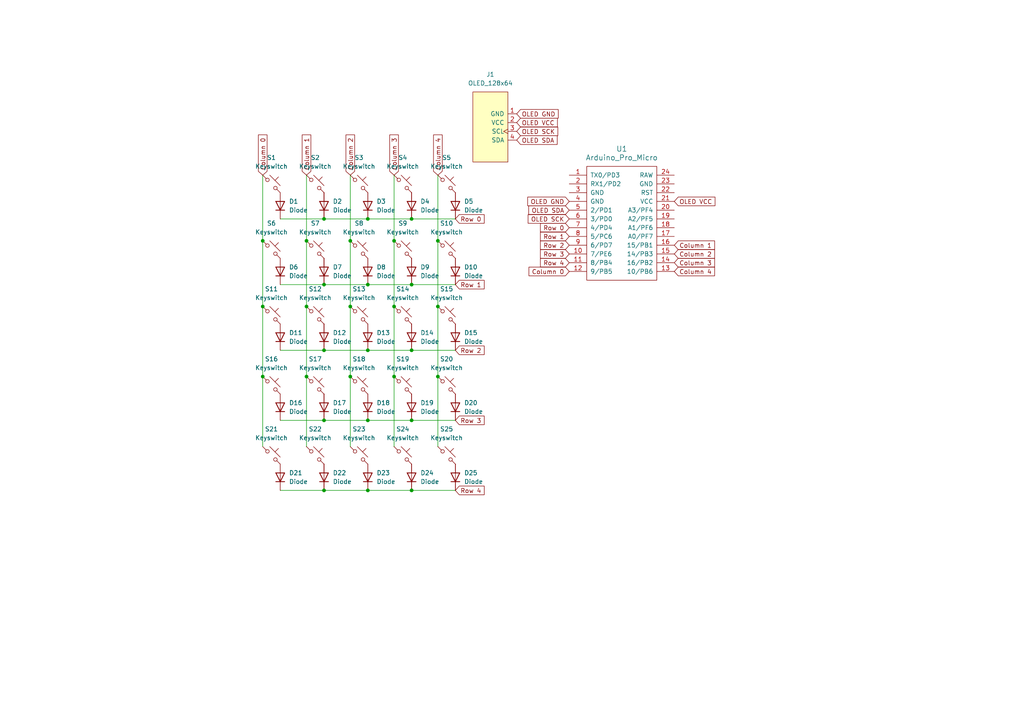
<source format=kicad_sch>
(kicad_sch (version 20231120) (generator "eeschema") (generator_version "8.0")
  (paper "A4")
  (lib_symbols
    (symbol "ScottoKeebs:MCU_Arduino_Pro_Micro" (pin_names (offset 1.016))
      (property "Reference" "U" (at 0 0 0))
      (property "Value" "Arduino_Pro_Micro" (at 0 -19.05 0))
      (symbol "MCU_Arduino_Pro_Micro_0_1"
        (rectangle (start -10.16 16.51) (end 10.16 -16.51))
      )
      (symbol "MCU_Arduino_Pro_Micro_1_1"
        (pin input line (at -15.24 13.97 0) (length 5.08) (name "TX0/PD3") (number "1"))
        (pin input line (at -15.24 -8.89 0) (length 5.08) (name "7/PE6") (number "10"))
        (pin input line (at -15.24 -11.43 0) (length 5.08) (name "8/PB4") (number "11"))
        (pin input line (at -15.24 -13.97 0) (length 5.08) (name "9/PB5") (number "12"))
        (pin input line (at 15.24 -13.97 180) (length 5.08) (name "10/PB6") (number "13"))
        (pin input line (at 15.24 -11.43 180) (length 5.08) (name "16/PB2") (number "14"))
        (pin input line (at 15.24 -8.89 180) (length 5.08) (name "14/PB3") (number "15"))
        (pin input line (at 15.24 -6.35 180) (length 5.08) (name "15/PB1") (number "16"))
        (pin input line (at 15.24 -3.81 180) (length 5.08) (name "A0/PF7") (number "17"))
        (pin input line (at 15.24 -1.27 180) (length 5.08) (name "A1/PF6") (number "18"))
        (pin input line (at 15.24 1.27 180) (length 5.08) (name "A2/PF5") (number "19"))
        (pin input line (at -15.24 11.43 0) (length 5.08) (name "RX1/PD2") (number "2"))
        (pin input line (at 15.24 3.81 180) (length 5.08) (name "A3/PF4") (number "20"))
        (pin input line (at 15.24 6.35 180) (length 5.08) (name "VCC") (number "21"))
        (pin input line (at 15.24 8.89 180) (length 5.08) (name "RST") (number "22"))
        (pin input line (at 15.24 11.43 180) (length 5.08) (name "GND") (number "23"))
        (pin input line (at 15.24 13.97 180) (length 5.08) (name "RAW") (number "24"))
        (pin input line (at -15.24 8.89 0) (length 5.08) (name "GND") (number "3"))
        (pin input line (at -15.24 6.35 0) (length 5.08) (name "GND") (number "4"))
        (pin input line (at -15.24 3.81 0) (length 5.08) (name "2/PD1") (number "5"))
        (pin input line (at -15.24 1.27 0) (length 5.08) (name "3/PD0") (number "6"))
        (pin input line (at -15.24 -1.27 0) (length 5.08) (name "4/PD4") (number "7"))
        (pin input line (at -15.24 -3.81 0) (length 5.08) (name "5/PC6") (number "8"))
        (pin input line (at -15.24 -6.35 0) (length 5.08) (name "6/PD7") (number "9"))
      )
    )
    (symbol "ScottoKeebs:OLED_128x64" (pin_names (offset 1.016))
      (property "Reference" "J" (at 0 -11.43 0))
      (property "Value" "OLED_128x64" (at 0 -7.62 0))
      (symbol "OLED_128x64_0_1"
        (rectangle (start 10.16 -10.16) (end -10.16 0) (fill (type background)))
      )
      (symbol "OLED_128x64_1_1"
        (pin power_in line (at -3.81 2.54 270) (length 2.54) (name "GND") (number "1"))
        (pin power_in line (at -1.27 2.54 270) (length 2.54) (name "VCC") (number "2"))
        (pin input clock (at 1.27 2.54 270) (length 2.54) (name "SCL") (number "3"))
        (pin bidirectional line (at 3.81 2.54 270) (length 2.54) (name "SDA") (number "4"))
      )
    )
    (symbol "ScottoKeebs:Placeholder_Diode" (pin_numbers hide) (pin_names hide)
      (property "Reference" "D" (at 0 2.54 0))
      (property "Value" "Diode" (at 0 -2.54 0))
      (symbol "Placeholder_Diode_0_1"
        (polyline (pts (xy -1.27 1.27) (xy -1.27 -1.27)) (stroke (width 0.254)))
        (polyline (pts (xy 1.27 0) (xy -1.27 0)))
        (polyline (pts (xy 1.27 1.27) (xy 1.27 -1.27) (xy -1.27 0) (xy 1.27 1.27)) (stroke (width 0.254)))
      )
      (symbol "Placeholder_Diode_1_1"
        (pin passive line (at -3.81 0 0) (length 2.54) (name "K") (number "1"))
        (pin passive line (at 3.81 0 180) (length 2.54) (name "A") (number "2"))
      )
    )
    (symbol "ScottoKeebs:Placeholder_Keyswitch" (pin_numbers hide) (pin_names (offset 1.016) hide)
      (property "Reference" "S" (at 3.048 1.016 0))
      (property "Value" "Keyswitch" (at 0 -3.81 0))
      (symbol "Placeholder_Keyswitch_0_1"
        (circle (center -1.1684 1.1684) (radius 0.508))
        (polyline (pts (xy -0.508 2.54) (xy 2.54 -0.508)))
        (polyline (pts (xy 1.016 1.016) (xy 2.032 2.032)))
        (polyline (pts (xy -2.54 2.54) (xy -1.524 1.524) (xy -1.524 1.524)))
        (polyline (pts (xy 1.524 -1.524) (xy 2.54 -2.54) (xy 2.54 -2.54) (xy 2.54 -2.54)))
        (circle (center 1.143 -1.1938) (radius 0.508))
        (pin passive line (at -2.54 2.54 0) (length 0) (name "1") (number "1"))
        (pin passive line (at 2.54 -2.54 180) (length 0) (name "2") (number "2"))
      )
    )
  )
  (junction (at 93.98 101.6))
  (junction (at 106.68 121.92))
  (junction (at 93.98 142.24))
  (junction (at 93.98 121.92))
  (junction (at 127 88.9))
  (junction (at 119.38 63.5))
  (junction (at 127 69.85))
  (junction (at 93.98 82.55))
  (junction (at 101.6 109.22))
  (junction (at 119.38 82.55))
  (junction (at 119.38 142.24))
  (junction (at 114.3 88.9))
  (junction (at 114.3 69.85))
  (junction (at 114.3 109.22))
  (junction (at 119.38 101.6))
  (junction (at 106.68 63.5))
  (junction (at 88.9 69.85))
  (junction (at 106.68 82.55))
  (junction (at 127 109.22))
  (junction (at 101.6 69.85))
  (junction (at 106.68 142.24))
  (junction (at 76.2 109.22))
  (junction (at 119.38 121.92))
  (junction (at 101.6 88.9))
  (junction (at 76.2 69.85))
  (junction (at 88.9 88.9))
  (junction (at 88.9 109.22))
  (junction (at 76.2 88.9))
  (junction (at 106.68 101.6))
  (junction (at 93.98 63.5))
  (wire (pts (xy 101.6 69.85) (xy 101.6 88.9)))
  (wire (pts (xy 127 50.8) (xy 127 69.85)))
  (wire (pts (xy 127 69.85) (xy 127 88.9)))
  (wire (pts (xy 101.6 88.9) (xy 101.6 109.22)))
  (wire (pts (xy 76.2 109.22) (xy 76.2 129.54)))
  (wire (pts (xy 119.38 121.92) (xy 132.08 121.92)))
  (wire (pts (xy 101.6 50.8) (xy 101.6 69.85)))
  (wire (pts (xy 101.6 109.22) (xy 101.6 129.54)))
  (wire (pts (xy 106.68 101.6) (xy 119.38 101.6)))
  (wire (pts (xy 114.3 88.9) (xy 114.3 109.22)))
  (wire (pts (xy 114.3 50.8) (xy 114.3 69.85)))
  (wire (pts (xy 93.98 63.5) (xy 106.68 63.5)))
  (wire (pts (xy 81.28 63.5) (xy 93.98 63.5)))
  (wire (pts (xy 106.68 142.24) (xy 119.38 142.24)))
  (wire (pts (xy 93.98 142.24) (xy 106.68 142.24)))
  (wire (pts (xy 81.28 101.6) (xy 93.98 101.6)))
  (wire (pts (xy 76.2 88.9) (xy 76.2 109.22)))
  (wire (pts (xy 114.3 69.85) (xy 114.3 88.9)))
  (wire (pts (xy 106.68 82.55) (xy 119.38 82.55)))
  (wire (pts (xy 114.3 109.22) (xy 114.3 129.54)))
  (wire (pts (xy 88.9 69.85) (xy 88.9 88.9)))
  (wire (pts (xy 119.38 63.5) (xy 132.08 63.5)))
  (wire (pts (xy 93.98 101.6) (xy 106.68 101.6)))
  (wire (pts (xy 76.2 50.8) (xy 76.2 69.85)))
  (wire (pts (xy 119.38 101.6) (xy 132.08 101.6)))
  (wire (pts (xy 106.68 63.5) (xy 119.38 63.5)))
  (wire (pts (xy 93.98 82.55) (xy 106.68 82.55)))
  (wire (pts (xy 88.9 109.22) (xy 88.9 129.54)))
  (wire (pts (xy 93.98 121.92) (xy 106.68 121.92)))
  (wire (pts (xy 119.38 142.24) (xy 132.08 142.24)))
  (wire (pts (xy 106.68 121.92) (xy 119.38 121.92)))
  (wire (pts (xy 81.28 121.92) (xy 93.98 121.92)))
  (wire (pts (xy 127 88.9) (xy 127 109.22)))
  (wire (pts (xy 76.2 69.85) (xy 76.2 88.9)))
  (wire (pts (xy 81.28 142.24) (xy 93.98 142.24)))
  (wire (pts (xy 127 109.22) (xy 127 129.54)))
  (wire (pts (xy 88.9 50.8) (xy 88.9 69.85)))
  (wire (pts (xy 81.28 82.55) (xy 93.98 82.55)))
  (wire (pts (xy 119.38 82.55) (xy 132.08 82.55)))
  (wire (pts (xy 88.9 88.9) (xy 88.9 109.22)))
  (global_label "Column 0" (shape input) (at 165.1 78.74 180) (property "Intersheetrefs" "${INTERSHEET_REFS}" (effects (hide yes))))
  (global_label "Column 3" (shape input) (at 195.58 76.2 0) (property "Intersheetrefs" "${INTERSHEET_REFS}" (effects (hide yes))))
  (global_label "OLED VCC" (shape input) (at 195.58 58.42 0) (property "Intersheetrefs" "${INTERSHEET_REFS}" (effects (hide yes))))
  (global_label "OLED GND" (shape input) (at 149.86 33.02 0) (property "Intersheetrefs" "${INTERSHEET_REFS}" (effects (hide yes))))
  (global_label "OLED VCC" (shape input) (at 149.86 35.56 0) (property "Intersheetrefs" "${INTERSHEET_REFS}" (effects (hide yes))))
  (global_label "OLED SDA" (shape input) (at 149.86 40.64 0) (property "Intersheetrefs" "${INTERSHEET_REFS}" (effects (hide yes))))
  (global_label "Column 4" (shape input) (at 195.58 78.74 0) (property "Intersheetrefs" "${INTERSHEET_REFS}" (effects (hide yes))))
  (global_label "Column 2" (shape input) (at 195.58 73.66 0) (property "Intersheetrefs" "${INTERSHEET_REFS}" (effects (hide yes))))
  (global_label "Row 1" (shape input) (at 132.08 82.55 0) (property "Intersheetrefs" "${INTERSHEET_REFS}" (effects (hide yes))))
  (global_label "Row 3" (shape input) (at 165.1 73.66 180) (property "Intersheetrefs" "${INTERSHEET_REFS}" (effects (hide yes))))
  (global_label "Column 1" (shape input) (at 195.58 71.12 0) (property "Intersheetrefs" "${INTERSHEET_REFS}" (effects (hide yes))))
  (global_label "Column 3" (shape input) (at 114.3 50.8 90) (property "Intersheetrefs" "${INTERSHEET_REFS}" (effects (hide yes))))
  (global_label "OLED SCK" (shape input) (at 149.86 38.1 0) (property "Intersheetrefs" "${INTERSHEET_REFS}" (effects (hide yes))))
  (global_label "OLED GND" (shape input) (at 165.1 58.42 180) (property "Intersheetrefs" "${INTERSHEET_REFS}" (effects (hide yes))))
  (global_label "Row 0" (shape input) (at 132.08 63.5 0) (property "Intersheetrefs" "${INTERSHEET_REFS}" (effects (hide yes))))
  (global_label "Row 3" (shape input) (at 132.08 121.92 0) (property "Intersheetrefs" "${INTERSHEET_REFS}" (effects (hide yes))))
  (global_label "Row 2" (shape input) (at 132.08 101.6 0) (property "Intersheetrefs" "${INTERSHEET_REFS}" (effects (hide yes))))
  (global_label "Row 1" (shape input) (at 165.1 68.58 180) (property "Intersheetrefs" "${INTERSHEET_REFS}" (effects (hide yes))))
  (global_label "Row 2" (shape input) (at 165.1 71.12 180) (property "Intersheetrefs" "${INTERSHEET_REFS}" (effects (hide yes))))
  (global_label "Column 4" (shape input) (at 127 50.8 90) (property "Intersheetrefs" "${INTERSHEET_REFS}" (effects (hide yes))))
  (global_label "Row 4" (shape input) (at 165.1 76.2 180) (property "Intersheetrefs" "${INTERSHEET_REFS}" (effects (hide yes))))
  (global_label "Row 0" (shape input) (at 165.1 66.04 180) (property "Intersheetrefs" "${INTERSHEET_REFS}" (effects (hide yes))))
  (global_label "Column 0" (shape input) (at 76.2 50.8 90) (property "Intersheetrefs" "${INTERSHEET_REFS}" (effects (hide yes))))
  (global_label "OLED SCK" (shape input) (at 165.1 63.5 180) (property "Intersheetrefs" "${INTERSHEET_REFS}" (effects (hide yes))))
  (global_label "OLED SDA" (shape input) (at 165.1 60.96 180) (property "Intersheetrefs" "${INTERSHEET_REFS}" (effects (hide yes))))
  (global_label "Row 4" (shape input) (at 132.08 142.24 0) (property "Intersheetrefs" "${INTERSHEET_REFS}" (effects (hide yes))))
  (global_label "Column 2" (shape input) (at 101.6 50.8 90) (property "Intersheetrefs" "${INTERSHEET_REFS}" (effects (hide yes))))
  (global_label "Column 1" (shape input) (at 88.9 50.8 90) (property "Intersheetrefs" "${INTERSHEET_REFS}" (effects (hide yes))))
  (symbol (lib_id "ScottoKeebs:Placeholder_Diode") (at 119.38 59.69 90) (unit 1)
    (property "Reference" "D4" (at 121.92 58.4199 90) (effects (justify right)))
    (property "Value" "Diode" (at 121.92 60.9599 90) (effects (justify right)))
    (property "Footprint" "ScottoKeebs_Components:Diode_DO-35" (effects (hide yes)))
    (property "Description" "1N4148 (DO-35) or 1N4148W (SOD-123)" (effects (hide yes)))
    (property "Sim.Device" "D" (effects (hide yes)))
    (property "Sim.Pins" "1=K 2=A" (effects (hide yes)))
  )
  (symbol (lib_id "ScottoKeebs:Placeholder_Keyswitch") (at 91.44 132.08 0) (unit 1)
    (property "Reference" "S22" (at 91.44 124.46 0))
    (property "Value" "Keyswitch" (at 91.44 127 0))
    (property "Footprint" "ScottoKeebs_MX:MX_PCB_1.00u" (effects (hide yes)))
    (property "Description" "Push button switch, normally open, two pins, 45° tilted" (effects (hide yes)))
  )
  (symbol (lib_id "ScottoKeebs:Placeholder_Keyswitch") (at 129.54 91.44 0) (unit 1)
    (property "Reference" "S15" (at 129.54 83.82 0))
    (property "Value" "Keyswitch" (at 129.54 86.36 0))
    (property "Footprint" "ScottoKeebs_MX:MX_PCB_1.00u" (effects (hide yes)))
    (property "Description" "Push button switch, normally open, two pins, 45° tilted" (effects (hide yes)))
  )
  (symbol (lib_id "ScottoKeebs:Placeholder_Keyswitch") (at 78.74 111.76 0) (unit 1)
    (property "Reference" "S16" (at 78.74 104.14 0))
    (property "Value" "Keyswitch" (at 78.74 106.68 0))
    (property "Footprint" "ScottoKeebs_MX:MX_PCB_1.00u" (effects (hide yes)))
    (property "Description" "Push button switch, normally open, two pins, 45° tilted" (effects (hide yes)))
  )
  (symbol (lib_id "ScottoKeebs:Placeholder_Diode") (at 81.28 138.43 90) (unit 1)
    (property "Reference" "D21" (at 83.82 137.1599 90) (effects (justify right)))
    (property "Value" "Diode" (at 83.82 139.6999 90) (effects (justify right)))
    (property "Footprint" "ScottoKeebs_Components:Diode_DO-35" (effects (hide yes)))
    (property "Description" "1N4148 (DO-35) or 1N4148W (SOD-123)" (effects (hide yes)))
    (property "Sim.Device" "D" (effects (hide yes)))
    (property "Sim.Pins" "1=K 2=A" (effects (hide yes)))
  )
  (symbol (lib_id "ScottoKeebs:Placeholder_Diode") (at 93.98 59.69 90) (unit 1)
    (property "Reference" "D2" (at 96.52 58.4199 90) (effects (justify right)))
    (property "Value" "Diode" (at 96.52 60.9599 90) (effects (justify right)))
    (property "Footprint" "ScottoKeebs_Components:Diode_DO-35" (effects (hide yes)))
    (property "Description" "1N4148 (DO-35) or 1N4148W (SOD-123)" (effects (hide yes)))
    (property "Sim.Device" "D" (effects (hide yes)))
    (property "Sim.Pins" "1=K 2=A" (effects (hide yes)))
  )
  (symbol (lib_id "ScottoKeebs:Placeholder_Diode") (at 119.38 97.79 90) (unit 1)
    (property "Reference" "D14" (at 121.92 96.5199 90) (effects (justify right)))
    (property "Value" "Diode" (at 121.92 99.0599 90) (effects (justify right)))
    (property "Footprint" "ScottoKeebs_Components:Diode_DO-35" (effects (hide yes)))
    (property "Description" "1N4148 (DO-35) or 1N4148W (SOD-123)" (effects (hide yes)))
    (property "Sim.Device" "D" (effects (hide yes)))
    (property "Sim.Pins" "1=K 2=A" (effects (hide yes)))
  )
  (symbol (lib_id "ScottoKeebs:Placeholder_Diode") (at 106.68 118.11 90) (unit 1)
    (property "Reference" "D18" (at 109.22 116.8399 90) (effects (justify right)))
    (property "Value" "Diode" (at 109.22 119.3799 90) (effects (justify right)))
    (property "Footprint" "ScottoKeebs_Components:Diode_DO-35" (effects (hide yes)))
    (property "Description" "1N4148 (DO-35) or 1N4148W (SOD-123)" (effects (hide yes)))
    (property "Sim.Device" "D" (effects (hide yes)))
    (property "Sim.Pins" "1=K 2=A" (effects (hide yes)))
  )
  (symbol (lib_id "ScottoKeebs:Placeholder_Diode") (at 93.98 138.43 90) (unit 1)
    (property "Reference" "D22" (at 96.52 137.1599 90) (effects (justify right)))
    (property "Value" "Diode" (at 96.52 139.6999 90) (effects (justify right)))
    (property "Footprint" "ScottoKeebs_Components:Diode_DO-35" (effects (hide yes)))
    (property "Description" "1N4148 (DO-35) or 1N4148W (SOD-123)" (effects (hide yes)))
    (property "Sim.Device" "D" (effects (hide yes)))
    (property "Sim.Pins" "1=K 2=A" (effects (hide yes)))
  )
  (symbol (lib_id "ScottoKeebs:OLED_128x64") (at 147.32 36.83 270) (unit 1)
    (property "Reference" "J1" (at 142.24 21.59 90))
    (property "Value" "OLED_128x64" (at 142.24 24.13 90))
    (property "Footprint" "ScottoKeebs_Components:OLED_128x64" (effects (hide yes)))
  )
  (symbol (lib_id "ScottoKeebs:Placeholder_Keyswitch") (at 104.14 111.76 0) (unit 1)
    (property "Reference" "S18" (at 104.14 104.14 0))
    (property "Value" "Keyswitch" (at 104.14 106.68 0))
    (property "Footprint" "ScottoKeebs_MX:MX_PCB_1.00u" (effects (hide yes)))
    (property "Description" "Push button switch, normally open, two pins, 45° tilted" (effects (hide yes)))
  )
  (symbol (lib_id "ScottoKeebs:Placeholder_Keyswitch") (at 78.74 53.34 0) (unit 1)
    (property "Reference" "S1" (at 78.74 45.72 0))
    (property "Value" "Keyswitch" (at 78.74 48.26 0))
    (property "Footprint" "ScottoKeebs_MX:MX_PCB_1.00u" (effects (hide yes)))
    (property "Description" "Push button switch, normally open, two pins, 45° tilted" (effects (hide yes)))
  )
  (symbol (lib_id "ScottoKeebs:Placeholder_Keyswitch") (at 104.14 53.34 0) (unit 1)
    (property "Reference" "S3" (at 104.14 45.72 0))
    (property "Value" "Keyswitch" (at 104.14 48.26 0))
    (property "Footprint" "ScottoKeebs_MX:MX_PCB_1.00u" (effects (hide yes)))
    (property "Description" "Push button switch, normally open, two pins, 45° tilted" (effects (hide yes)))
  )
  (symbol (lib_id "ScottoKeebs:Placeholder_Keyswitch") (at 116.84 53.34 0) (unit 1)
    (property "Reference" "S4" (at 116.84 45.72 0))
    (property "Value" "Keyswitch" (at 116.84 48.26 0))
    (property "Footprint" "ScottoKeebs_MX:MX_PCB_1.00u" (effects (hide yes)))
    (property "Description" "Push button switch, normally open, two pins, 45° tilted" (effects (hide yes)))
  )
  (symbol (lib_id "ScottoKeebs:Placeholder_Diode") (at 93.98 97.79 90) (unit 1)
    (property "Reference" "D12" (at 96.52 96.5199 90) (effects (justify right)))
    (property "Value" "Diode" (at 96.52 99.0599 90) (effects (justify right)))
    (property "Footprint" "ScottoKeebs_Components:Diode_DO-35" (effects (hide yes)))
    (property "Description" "1N4148 (DO-35) or 1N4148W (SOD-123)" (effects (hide yes)))
    (property "Sim.Device" "D" (effects (hide yes)))
    (property "Sim.Pins" "1=K 2=A" (effects (hide yes)))
  )
  (symbol (lib_id "ScottoKeebs:Placeholder_Diode") (at 119.38 138.43 90) (unit 1)
    (property "Reference" "D24" (at 121.92 137.1599 90) (effects (justify right)))
    (property "Value" "Diode" (at 121.92 139.6999 90) (effects (justify right)))
    (property "Footprint" "ScottoKeebs_Components:Diode_DO-35" (effects (hide yes)))
    (property "Description" "1N4148 (DO-35) or 1N4148W (SOD-123)" (effects (hide yes)))
    (property "Sim.Device" "D" (effects (hide yes)))
    (property "Sim.Pins" "1=K 2=A" (effects (hide yes)))
  )
  (symbol (lib_id "ScottoKeebs:Placeholder_Diode") (at 81.28 97.79 90) (unit 1)
    (property "Reference" "D11" (at 83.82 96.5199 90) (effects (justify right)))
    (property "Value" "Diode" (at 83.82 99.0599 90) (effects (justify right)))
    (property "Footprint" "ScottoKeebs_Components:Diode_DO-35" (effects (hide yes)))
    (property "Description" "1N4148 (DO-35) or 1N4148W (SOD-123)" (effects (hide yes)))
    (property "Sim.Device" "D" (effects (hide yes)))
    (property "Sim.Pins" "1=K 2=A" (effects (hide yes)))
  )
  (symbol (lib_id "ScottoKeebs:MCU_Arduino_Pro_Micro") (at 180.34 64.77 0) (unit 1)
    (property "Reference" "U1" (at 180.34 43.18 0) (effects (font (size 1.524 1.524))))
    (property "Value" "Arduino_Pro_Micro" (at 180.34 45.72 0) (effects (font (size 1.524 1.524))))
    (property "Footprint" "ScottoKeebs_MCU:Arduino_Pro_Micro" (effects (hide yes)))
  )
  (symbol (lib_id "ScottoKeebs:Placeholder_Diode") (at 106.68 59.69 90) (unit 1)
    (property "Reference" "D3" (at 109.22 58.4199 90) (effects (justify right)))
    (property "Value" "Diode" (at 109.22 60.9599 90) (effects (justify right)))
    (property "Footprint" "ScottoKeebs_Components:Diode_DO-35" (effects (hide yes)))
    (property "Description" "1N4148 (DO-35) or 1N4148W (SOD-123)" (effects (hide yes)))
    (property "Sim.Device" "D" (effects (hide yes)))
    (property "Sim.Pins" "1=K 2=A" (effects (hide yes)))
  )
  (symbol (lib_id "ScottoKeebs:Placeholder_Keyswitch") (at 78.74 132.08 0) (unit 1)
    (property "Reference" "S21" (at 78.74 124.46 0))
    (property "Value" "Keyswitch" (at 78.74 127 0))
    (property "Footprint" "ScottoKeebs_MX:MX_PCB_1.00u" (effects (hide yes)))
    (property "Description" "Push button switch, normally open, two pins, 45° tilted" (effects (hide yes)))
  )
  (symbol (lib_id "ScottoKeebs:Placeholder_Keyswitch") (at 104.14 72.39 0) (unit 1)
    (property "Reference" "S8" (at 104.14 64.77 0))
    (property "Value" "Keyswitch" (at 104.14 67.31 0))
    (property "Footprint" "ScottoKeebs_MX:MX_PCB_1.00u" (effects (hide yes)))
    (property "Description" "Push button switch, normally open, two pins, 45° tilted" (effects (hide yes)))
  )
  (symbol (lib_id "ScottoKeebs:Placeholder_Keyswitch") (at 104.14 91.44 0) (unit 1)
    (property "Reference" "S13" (at 104.14 83.82 0))
    (property "Value" "Keyswitch" (at 104.14 86.36 0))
    (property "Footprint" "ScottoKeebs_MX:MX_PCB_1.00u" (effects (hide yes)))
    (property "Description" "Push button switch, normally open, two pins, 45° tilted" (effects (hide yes)))
  )
  (symbol (lib_id "ScottoKeebs:Placeholder_Diode") (at 132.08 78.74 90) (unit 1)
    (property "Reference" "D10" (at 134.62 77.4699 90) (effects (justify right)))
    (property "Value" "Diode" (at 134.62 80.0099 90) (effects (justify right)))
    (property "Footprint" "ScottoKeebs_Components:Diode_DO-35" (effects (hide yes)))
    (property "Description" "1N4148 (DO-35) or 1N4148W (SOD-123)" (effects (hide yes)))
    (property "Sim.Device" "D" (effects (hide yes)))
    (property "Sim.Pins" "1=K 2=A" (effects (hide yes)))
  )
  (symbol (lib_id "ScottoKeebs:Placeholder_Keyswitch") (at 116.84 132.08 0) (unit 1)
    (property "Reference" "S24" (at 116.84 124.46 0))
    (property "Value" "Keyswitch" (at 116.84 127 0))
    (property "Footprint" "ScottoKeebs_MX:MX_PCB_1.00u" (effects (hide yes)))
    (property "Description" "Push button switch, normally open, two pins, 45° tilted" (effects (hide yes)))
  )
  (symbol (lib_id "ScottoKeebs:Placeholder_Keyswitch") (at 116.84 91.44 0) (unit 1)
    (property "Reference" "S14" (at 116.84 83.82 0))
    (property "Value" "Keyswitch" (at 116.84 86.36 0))
    (property "Footprint" "ScottoKeebs_MX:MX_PCB_1.00u" (effects (hide yes)))
    (property "Description" "Push button switch, normally open, two pins, 45° tilted" (effects (hide yes)))
  )
  (symbol (lib_id "ScottoKeebs:Placeholder_Keyswitch") (at 129.54 72.39 0) (unit 1)
    (property "Reference" "S10" (at 129.54 64.77 0))
    (property "Value" "Keyswitch" (at 129.54 67.31 0))
    (property "Footprint" "ScottoKeebs_MX:MX_PCB_1.00u" (effects (hide yes)))
    (property "Description" "Push button switch, normally open, two pins, 45° tilted" (effects (hide yes)))
  )
  (symbol (lib_id "ScottoKeebs:Placeholder_Diode") (at 81.28 78.74 90) (unit 1)
    (property "Reference" "D6" (at 83.82 77.4699 90) (effects (justify right)))
    (property "Value" "Diode" (at 83.82 80.0099 90) (effects (justify right)))
    (property "Footprint" "ScottoKeebs_Components:Diode_DO-35" (effects (hide yes)))
    (property "Description" "1N4148 (DO-35) or 1N4148W (SOD-123)" (effects (hide yes)))
    (property "Sim.Device" "D" (effects (hide yes)))
    (property "Sim.Pins" "1=K 2=A" (effects (hide yes)))
  )
  (symbol (lib_id "ScottoKeebs:Placeholder_Diode") (at 81.28 59.69 90) (unit 1)
    (property "Reference" "D1" (at 83.82 58.4199 90) (effects (justify right)))
    (property "Value" "Diode" (at 83.82 60.9599 90) (effects (justify right)))
    (property "Footprint" "ScottoKeebs_Components:Diode_DO-35" (effects (hide yes)))
    (property "Description" "1N4148 (DO-35) or 1N4148W (SOD-123)" (effects (hide yes)))
    (property "Sim.Device" "D" (effects (hide yes)))
    (property "Sim.Pins" "1=K 2=A" (effects (hide yes)))
  )
  (symbol (lib_id "ScottoKeebs:Placeholder_Diode") (at 132.08 97.79 90) (unit 1)
    (property "Reference" "D15" (at 134.62 96.5199 90) (effects (justify right)))
    (property "Value" "Diode" (at 134.62 99.0599 90) (effects (justify right)))
    (property "Footprint" "ScottoKeebs_Components:Diode_DO-35" (effects (hide yes)))
    (property "Description" "1N4148 (DO-35) or 1N4148W (SOD-123)" (effects (hide yes)))
    (property "Sim.Device" "D" (effects (hide yes)))
    (property "Sim.Pins" "1=K 2=A" (effects (hide yes)))
  )
  (symbol (lib_id "ScottoKeebs:Placeholder_Keyswitch") (at 91.44 53.34 0) (unit 1)
    (property "Reference" "S2" (at 91.44 45.72 0))
    (property "Value" "Keyswitch" (at 91.44 48.26 0))
    (property "Footprint" "ScottoKeebs_MX:MX_PCB_1.00u" (effects (hide yes)))
    (property "Description" "Push button switch, normally open, two pins, 45° tilted" (effects (hide yes)))
  )
  (symbol (lib_id "ScottoKeebs:Placeholder_Diode") (at 93.98 78.74 90) (unit 1)
    (property "Reference" "D7" (at 96.52 77.4699 90) (effects (justify right)))
    (property "Value" "Diode" (at 96.52 80.0099 90) (effects (justify right)))
    (property "Footprint" "ScottoKeebs_Components:Diode_DO-35" (effects (hide yes)))
    (property "Description" "1N4148 (DO-35) or 1N4148W (SOD-123)" (effects (hide yes)))
    (property "Sim.Device" "D" (effects (hide yes)))
    (property "Sim.Pins" "1=K 2=A" (effects (hide yes)))
  )
  (symbol (lib_id "ScottoKeebs:Placeholder_Diode") (at 81.28 118.11 90) (unit 1)
    (property "Reference" "D16" (at 83.82 116.8399 90) (effects (justify right)))
    (property "Value" "Diode" (at 83.82 119.3799 90) (effects (justify right)))
    (property "Footprint" "ScottoKeebs_Components:Diode_DO-35" (effects (hide yes)))
    (property "Description" "1N4148 (DO-35) or 1N4148W (SOD-123)" (effects (hide yes)))
    (property "Sim.Device" "D" (effects (hide yes)))
    (property "Sim.Pins" "1=K 2=A" (effects (hide yes)))
  )
  (symbol (lib_id "ScottoKeebs:Placeholder_Keyswitch") (at 91.44 91.44 0) (unit 1)
    (property "Reference" "S12" (at 91.44 83.82 0))
    (property "Value" "Keyswitch" (at 91.44 86.36 0))
    (property "Footprint" "ScottoKeebs_MX:MX_PCB_1.00u" (effects (hide yes)))
    (property "Description" "Push button switch, normally open, two pins, 45° tilted" (effects (hide yes)))
  )
  (symbol (lib_id "ScottoKeebs:Placeholder_Diode") (at 106.68 97.79 90) (unit 1)
    (property "Reference" "D13" (at 109.22 96.5199 90) (effects (justify right)))
    (property "Value" "Diode" (at 109.22 99.0599 90) (effects (justify right)))
    (property "Footprint" "ScottoKeebs_Components:Diode_DO-35" (effects (hide yes)))
    (property "Description" "1N4148 (DO-35) or 1N4148W (SOD-123)" (effects (hide yes)))
    (property "Sim.Device" "D" (effects (hide yes)))
    (property "Sim.Pins" "1=K 2=A" (effects (hide yes)))
  )
  (symbol (lib_id "ScottoKeebs:Placeholder_Keyswitch") (at 116.84 72.39 0) (unit 1)
    (property "Reference" "S9" (at 116.84 64.77 0))
    (property "Value" "Keyswitch" (at 116.84 67.31 0))
    (property "Footprint" "ScottoKeebs_MX:MX_PCB_1.00u" (effects (hide yes)))
    (property "Description" "Push button switch, normally open, two pins, 45° tilted" (effects (hide yes)))
  )
  (symbol (lib_id "ScottoKeebs:Placeholder_Diode") (at 132.08 118.11 90) (unit 1)
    (property "Reference" "D20" (at 134.62 116.8399 90) (effects (justify right)))
    (property "Value" "Diode" (at 134.62 119.3799 90) (effects (justify right)))
    (property "Footprint" "ScottoKeebs_Components:Diode_DO-35" (effects (hide yes)))
    (property "Description" "1N4148 (DO-35) or 1N4148W (SOD-123)" (effects (hide yes)))
    (property "Sim.Device" "D" (effects (hide yes)))
    (property "Sim.Pins" "1=K 2=A" (effects (hide yes)))
  )
  (symbol (lib_id "ScottoKeebs:Placeholder_Keyswitch") (at 116.84 111.76 0) (unit 1)
    (property "Reference" "S19" (at 116.84 104.14 0))
    (property "Value" "Keyswitch" (at 116.84 106.68 0))
    (property "Footprint" "ScottoKeebs_MX:MX_PCB_1.00u" (effects (hide yes)))
    (property "Description" "Push button switch, normally open, two pins, 45° tilted" (effects (hide yes)))
  )
  (symbol (lib_id "ScottoKeebs:Placeholder_Diode") (at 106.68 78.74 90) (unit 1)
    (property "Reference" "D8" (at 109.22 77.4699 90) (effects (justify right)))
    (property "Value" "Diode" (at 109.22 80.0099 90) (effects (justify right)))
    (property "Footprint" "ScottoKeebs_Components:Diode_DO-35" (effects (hide yes)))
    (property "Description" "1N4148 (DO-35) or 1N4148W (SOD-123)" (effects (hide yes)))
    (property "Sim.Device" "D" (effects (hide yes)))
    (property "Sim.Pins" "1=K 2=A" (effects (hide yes)))
  )
  (symbol (lib_id "ScottoKeebs:Placeholder_Keyswitch") (at 129.54 132.08 0) (unit 1)
    (property "Reference" "S25" (at 129.54 124.46 0))
    (property "Value" "Keyswitch" (at 129.54 127 0))
    (property "Footprint" "ScottoKeebs_MX:MX_PCB_1.00u" (effects (hide yes)))
    (property "Description" "Push button switch, normally open, two pins, 45° tilted" (effects (hide yes)))
  )
  (symbol (lib_id "ScottoKeebs:Placeholder_Keyswitch") (at 104.14 132.08 0) (unit 1)
    (property "Reference" "S23" (at 104.14 124.46 0))
    (property "Value" "Keyswitch" (at 104.14 127 0))
    (property "Footprint" "ScottoKeebs_MX:MX_PCB_1.00u" (effects (hide yes)))
    (property "Description" "Push button switch, normally open, two pins, 45° tilted" (effects (hide yes)))
  )
  (symbol (lib_id "ScottoKeebs:Placeholder_Keyswitch") (at 129.54 111.76 0) (unit 1)
    (property "Reference" "S20" (at 129.54 104.14 0))
    (property "Value" "Keyswitch" (at 129.54 106.68 0))
    (property "Footprint" "ScottoKeebs_MX:MX_PCB_1.00u" (effects (hide yes)))
    (property "Description" "Push button switch, normally open, two pins, 45° tilted" (effects (hide yes)))
  )
  (symbol (lib_id "ScottoKeebs:Placeholder_Diode") (at 119.38 118.11 90) (unit 1)
    (property "Reference" "D19" (at 121.92 116.8399 90) (effects (justify right)))
    (property "Value" "Diode" (at 121.92 119.3799 90) (effects (justify right)))
    (property "Footprint" "ScottoKeebs_Components:Diode_DO-35" (effects (hide yes)))
    (property "Description" "1N4148 (DO-35) or 1N4148W (SOD-123)" (effects (hide yes)))
    (property "Sim.Device" "D" (effects (hide yes)))
    (property "Sim.Pins" "1=K 2=A" (effects (hide yes)))
  )
  (symbol (lib_id "ScottoKeebs:Placeholder_Diode") (at 132.08 59.69 90) (unit 1)
    (property "Reference" "D5" (at 134.62 58.4199 90) (effects (justify right)))
    (property "Value" "Diode" (at 134.62 60.9599 90) (effects (justify right)))
    (property "Footprint" "ScottoKeebs_Components:Diode_DO-35" (effects (hide yes)))
    (property "Description" "1N4148 (DO-35) or 1N4148W (SOD-123)" (effects (hide yes)))
    (property "Sim.Device" "D" (effects (hide yes)))
    (property "Sim.Pins" "1=K 2=A" (effects (hide yes)))
  )
  (symbol (lib_id "ScottoKeebs:Placeholder_Keyswitch") (at 91.44 72.39 0) (unit 1)
    (property "Reference" "S7" (at 91.44 64.77 0))
    (property "Value" "Keyswitch" (at 91.44 67.31 0))
    (property "Footprint" "ScottoKeebs_MX:MX_PCB_1.00u" (effects (hide yes)))
    (property "Description" "Push button switch, normally open, two pins, 45° tilted" (effects (hide yes)))
  )
  (symbol (lib_id "ScottoKeebs:Placeholder_Keyswitch") (at 78.74 91.44 0) (unit 1)
    (property "Reference" "S11" (at 78.74 83.82 0))
    (property "Value" "Keyswitch" (at 78.74 86.36 0))
    (property "Footprint" "ScottoKeebs_MX:MX_PCB_1.00u" (effects (hide yes)))
    (property "Description" "Push button switch, normally open, two pins, 45° tilted" (effects (hide yes)))
  )
  (symbol (lib_id "ScottoKeebs:Placeholder_Keyswitch") (at 129.54 53.34 0) (unit 1)
    (property "Reference" "S5" (at 129.54 45.72 0))
    (property "Value" "Keyswitch" (at 129.54 48.26 0))
    (property "Footprint" "ScottoKeebs_MX:MX_PCB_1.00u" (effects (hide yes)))
    (property "Description" "Push button switch, normally open, two pins, 45° tilted" (effects (hide yes)))
  )
  (symbol (lib_id "ScottoKeebs:Placeholder_Diode") (at 132.08 138.43 90) (unit 1)
    (property "Reference" "D25" (at 134.62 137.1599 90) (effects (justify right)))
    (property "Value" "Diode" (at 134.62 139.6999 90) (effects (justify right)))
    (property "Footprint" "ScottoKeebs_Components:Diode_DO-35" (effects (hide yes)))
    (property "Description" "1N4148 (DO-35) or 1N4148W (SOD-123)" (effects (hide yes)))
    (property "Sim.Device" "D" (effects (hide yes)))
    (property "Sim.Pins" "1=K 2=A" (effects (hide yes)))
  )
  (symbol (lib_id "ScottoKeebs:Placeholder_Diode") (at 106.68 138.43 90) (unit 1)
    (property "Reference" "D23" (at 109.22 137.1599 90) (effects (justify right)))
    (property "Value" "Diode" (at 109.22 139.6999 90) (effects (justify right)))
    (property "Footprint" "ScottoKeebs_Components:Diode_DO-35" (effects (hide yes)))
    (property "Description" "1N4148 (DO-35) or 1N4148W (SOD-123)" (effects (hide yes)))
    (property "Sim.Device" "D" (effects (hide yes)))
    (property "Sim.Pins" "1=K 2=A" (effects (hide yes)))
  )
  (symbol (lib_id "ScottoKeebs:Placeholder_Keyswitch") (at 91.44 111.76 0) (unit 1)
    (property "Reference" "S17" (at 91.44 104.14 0))
    (property "Value" "Keyswitch" (at 91.44 106.68 0))
    (property "Footprint" "ScottoKeebs_MX:MX_PCB_1.00u" (effects (hide yes)))
    (property "Description" "Push button switch, normally open, two pins, 45° tilted" (effects (hide yes)))
  )
  (symbol (lib_id "ScottoKeebs:Placeholder_Keyswitch") (at 78.74 72.39 0) (unit 1)
    (property "Reference" "S6" (at 78.74 64.77 0))
    (property "Value" "Keyswitch" (at 78.74 67.31 0))
    (property "Footprint" "ScottoKeebs_MX:MX_PCB_1.00u" (effects (hide yes)))
    (property "Description" "Push button switch, normally open, two pins, 45° tilted" (effects (hide yes)))
  )
  (symbol (lib_id "ScottoKeebs:Placeholder_Diode") (at 93.98 118.11 90) (unit 1)
    (property "Reference" "D17" (at 96.52 116.8399 90) (effects (justify right)))
    (property "Value" "Diode" (at 96.52 119.3799 90) (effects (justify right)))
    (property "Footprint" "ScottoKeebs_Components:Diode_DO-35" (effects (hide yes)))
    (property "Description" "1N4148 (DO-35) or 1N4148W (SOD-123)" (effects (hide yes)))
    (property "Sim.Device" "D" (effects (hide yes)))
    (property "Sim.Pins" "1=K 2=A" (effects (hide yes)))
  )
  (symbol (lib_id "ScottoKeebs:Placeholder_Diode") (at 119.38 78.74 90) (unit 1)
    (property "Reference" "D9" (at 121.92 77.4699 90) (effects (justify right)))
    (property "Value" "Diode" (at 121.92 80.0099 90) (effects (justify right)))
    (property "Footprint" "ScottoKeebs_Components:Diode_DO-35" (effects (hide yes)))
    (property "Description" "1N4148 (DO-35) or 1N4148W (SOD-123)" (effects (hide yes)))
    (property "Sim.Device" "D" (effects (hide yes)))
    (property "Sim.Pins" "1=K 2=A" (effects (hide yes)))
  )
)
</source>
